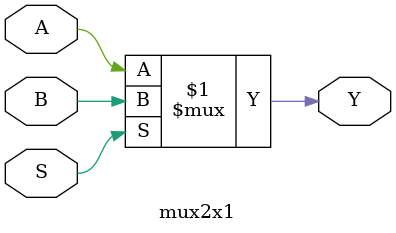
<source format=v>
module mux2x1 (
    input wire A, B, S,
    output wire Y
);

assign Y = (S) ? B : A;

endmodule

</source>
